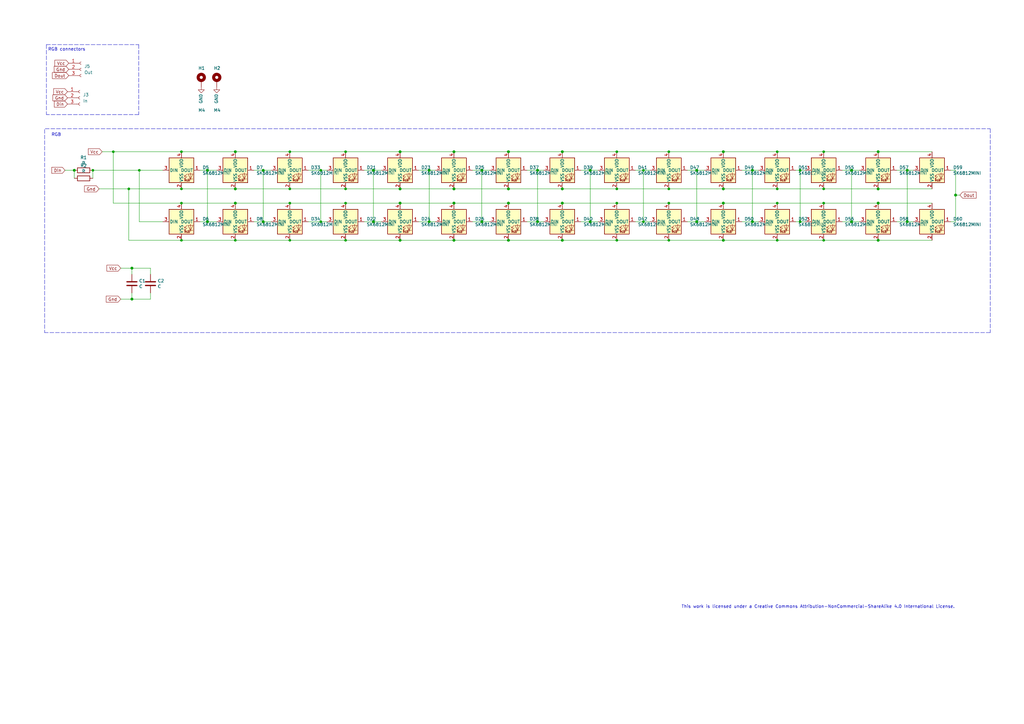
<source format=kicad_sch>
(kicad_sch (version 20211123) (generator eeschema)
  (paper "A3")
  (title_block (title "flex.sch") (date "2022-01-24") (company "bastard keyboards") (comment 3 "CC BY-NC-SA 4.0") (comment 4 "Copyright Quentin Lebastard 2022"))
  (lib_symbols
    (symbol "Connector:Conn_01x03_Female" (pin_names (offset 1.016) hide)
      (property "Reference" "J" (at 0 5.08 0))
      (property "Value" "Conn_01x03_Female" (at 0 -5.08 0))
      (symbol "Conn_01x03_Female_1_1"
        (arc (start 0 -2.032) (mid -0.508 -2.54) (end 0 -3.048) (stroke (width 0.1524)))
        (polyline (pts (xy -1.27 -2.54) (xy -0.508 -2.54)) (stroke (width 0.1524)))
        (polyline (pts (xy -1.27 0) (xy -0.508 0)) (stroke (width 0.1524)))
        (polyline (pts (xy -1.27 2.54) (xy -0.508 2.54)) (stroke (width 0.1524)))
        (arc (start 0 0.508) (mid -0.508 0) (end 0 -0.508) (stroke (width 0.1524)))
        (arc (start 0 3.048) (mid -0.508 2.54) (end 0 2.032) (stroke (width 0.1524)))
        (pin passive line (at -5.08 2.54 0) (length 3.81) (name "Pin_1") (number "1"))
        (pin passive line (at -5.08 0 0) (length 3.81) (name "Pin_2") (number "2"))
        (pin passive line (at -5.08 -2.54 0) (length 3.81) (name "Pin_3") (number "3"))
      )
    )
    (symbol "Device:C" (pin_numbers hide) (pin_names (offset 0.254))
      (property "Reference" "C" (at 0.635 2.54 0))
      (property "Value" "C" (at 0.635 -2.54 0))
      (symbol "C_0_1"
        (polyline (pts (xy -2.032 -0.762) (xy 2.032 -0.762)) (stroke (width 0.508)))
        (polyline (pts (xy -2.032 0.762) (xy 2.032 0.762)) (stroke (width 0.508)))
      )
      (symbol "C_1_1"
        (pin passive line (at 0 3.81 270) (length 2.794) (name "~") (number "1"))
        (pin passive line (at 0 -3.81 90) (length 2.794) (name "~") (number "2"))
      )
    )
    (symbol "Device:R" (pin_numbers hide) (pin_names (offset 0))
      (property "Reference" "R" (at 2.032 0 90))
      (property "Value" "R" (at 0 0 90))
      (symbol "R_0_1"
        (rectangle (start -1.016 -2.54) (end 1.016 2.54) (stroke (width 0.254)))
      )
      (symbol "R_1_1"
        (pin passive line (at 0 3.81 270) (length 1.27) (name "~") (number "1"))
        (pin passive line (at 0 -3.81 90) (length 1.27) (name "~") (number "2"))
      )
    )
    (symbol "LED:SK6812MINI" (pin_names (offset 0.254))
      (property "Reference" "D" (at 5.08 5.715 0))
      (property "Value" "SK6812MINI" (at 1.27 -5.715 0))
      (symbol "SK6812MINI_0_0"
        (text "RGB" (at 2.286 -4.191 0) (effects (font (size 0.762 0.762))))
      )
      (symbol "SK6812MINI_0_1"
        (polyline (pts (xy 1.27 -3.556) (xy 1.778 -3.556)))
        (polyline (pts (xy 1.27 -2.54) (xy 1.778 -2.54)))
        (polyline (pts (xy 4.699 -3.556) (xy 2.667 -3.556)))
        (polyline (pts (xy 2.286 -2.54) (xy 1.27 -3.556) (xy 1.27 -3.048)))
        (polyline (pts (xy 2.286 -1.524) (xy 1.27 -2.54) (xy 1.27 -2.032)))
        (polyline (pts (xy 3.683 -1.016) (xy 3.683 -3.556) (xy 3.683 -4.064)))
        (polyline (pts (xy 4.699 -1.524) (xy 2.667 -1.524) (xy 3.683 -3.556) (xy 4.699 -1.524)))
        (rectangle (start 5.08 5.08) (end -5.08 -5.08) (stroke (width 0.254)) (fill (type background)))
      )
      (symbol "SK6812MINI_1_1"
        (pin output line (at 7.62 0 180) (length 2.54) (name "DOUT") (number "1"))
        (pin power_in line (at 0 -7.62 90) (length 2.54) (name "VSS") (number "2"))
        (pin input line (at -7.62 0 0) (length 2.54) (name "DIN") (number "3"))
        (pin power_in line (at 0 7.62 270) (length 2.54) (name "VDD") (number "4"))
      )
    )
    (symbol "Mechanical:MountingHole_Pad" (pin_numbers hide) (pin_names (offset 1.016) hide)
      (property "Reference" "H" (at 0 6.35 0))
      (property "Value" "MountingHole_Pad" (at 0 4.445 0))
      (symbol "MountingHole_Pad_0_1"
        (circle (center 0 1.27) (radius 1.27) (stroke (width 1.27)))
      )
      (symbol "MountingHole_Pad_1_1"
        (pin input line (at 0 -2.54 90) (length 2.54) (name "1") (number "1"))
      )
    )
    (symbol "power:GND" (power) (pin_names (offset 0))
      (property "Value" "GND" (at 0 -3.81 0))
      (symbol "GND_0_1"
        (polyline (pts (xy 0 0) (xy 0 -1.27) (xy 1.27 -1.27) (xy 0 -2.54) (xy -1.27 -1.27) (xy 0 -1.27)))
      )
      (symbol "GND_1_1"
        (pin power_in line (at 0 0 270) (length 0) hide (name "GND") (number "1"))
      )
    )
  )
  (junction (at 230.632 83.312) (diameter 1.016))
  (junction (at 318.77 77.47))
  (junction (at 208.534 98.552) (diameter 1.016))
  (junction (at 274.32 83.312))
  (junction (at 141.732 77.47))
  (junction (at 176.022 69.85) (diameter 1.016))
  (junction (at 141.732 98.552))
  (junction (at 96.52 77.47) (diameter 1.016))
  (junction (at 38.1 69.85))
  (junction (at 74.422 62.23))
  (junction (at 252.984 98.552))
  (junction (at 308.61 90.932) (diameter 1.016))
  (junction (at 164.084 83.312) (diameter 1.016))
  (junction (at 274.32 77.47))
  (junction (at 360.172 62.23) (diameter 1.016))
  (junction (at 263.906 90.932))
  (junction (at 141.732 83.312))
  (junction (at 328.168 69.85))
  (junction (at 230.632 77.47) (diameter 1.016))
  (junction (at 285.75 69.85) (diameter 1.016))
  (junction (at 349.25 90.932) (diameter 1.016))
  (junction (at 337.82 98.552))
  (junction (at 54.102 109.982) (diameter 1.016))
  (junction (at 186.182 98.552) (diameter 1.016))
  (junction (at 118.872 62.23))
  (junction (at 164.084 98.552) (diameter 1.016))
  (junction (at 30.48 69.85) (diameter 1.016))
  (junction (at 285.75 90.932) (diameter 1.016))
  (junction (at 131.572 90.932))
  (junction (at 372.11 69.85) (diameter 1.016))
  (junction (at 164.084 62.23) (diameter 1.016))
  (junction (at 296.672 98.552) (diameter 1.016))
  (junction (at 96.52 83.312) (diameter 1.016))
  (junction (at 220.472 69.85) (diameter 1.016))
  (junction (at 252.984 62.23))
  (junction (at 74.422 83.312))
  (junction (at 208.534 77.47) (diameter 1.016))
  (junction (at 337.82 77.47))
  (junction (at 131.572 69.85))
  (junction (at 186.182 83.312) (diameter 1.016))
  (junction (at 296.672 77.47) (diameter 1.016))
  (junction (at 74.422 77.47))
  (junction (at 153.162 69.85) (diameter 1.016))
  (junction (at 46.482 62.23))
  (junction (at 85.09 69.85) (diameter 1.016))
  (junction (at 96.52 62.23) (diameter 1.016))
  (junction (at 318.77 98.552))
  (junction (at 296.672 62.23) (diameter 1.016))
  (junction (at 74.422 98.552))
  (junction (at 208.534 62.23) (diameter 1.016))
  (junction (at 153.162 90.932) (diameter 1.016))
  (junction (at 208.534 83.312) (diameter 1.016))
  (junction (at 176.022 90.932) (diameter 1.016))
  (junction (at 197.612 90.932) (diameter 1.016))
  (junction (at 54.102 122.682) (diameter 1.016))
  (junction (at 318.77 83.312))
  (junction (at 360.172 98.552) (diameter 1.016))
  (junction (at 296.672 83.312) (diameter 1.016))
  (junction (at 52.832 77.47))
  (junction (at 274.32 62.23))
  (junction (at 242.062 69.85) (diameter 1.016))
  (junction (at 274.32 98.552))
  (junction (at 57.15 69.85))
  (junction (at 141.732 62.23))
  (junction (at 252.984 77.47))
  (junction (at 308.61 69.85) (diameter 1.016))
  (junction (at 252.984 83.312))
  (junction (at 118.872 83.312))
  (junction (at 85.09 90.932) (diameter 1.016))
  (junction (at 197.612 69.85) (diameter 1.016))
  (junction (at 263.906 69.85))
  (junction (at 318.77 62.23))
  (junction (at 186.182 77.47) (diameter 1.016))
  (junction (at 242.062 90.932) (diameter 1.016))
  (junction (at 118.872 77.47))
  (junction (at 164.084 77.47) (diameter 1.016))
  (junction (at 360.172 83.312) (diameter 1.016))
  (junction (at 107.95 90.932) (diameter 1.016))
  (junction (at 349.25 69.85) (diameter 1.016))
  (junction (at 391.922 80.01) (diameter 1.016))
  (junction (at 96.52 98.552))
  (junction (at 220.472 90.932) (diameter 1.016))
  (junction (at 107.95 69.85) (diameter 1.016))
  (junction (at 186.182 62.23) (diameter 1.016))
  (junction (at 360.172 77.47) (diameter 1.016))
  (junction (at 337.82 83.312))
  (junction (at 372.11 90.932) (diameter 1.016))
  (junction (at 118.872 98.552))
  (junction (at 230.632 98.552) (diameter 1.016))
  (junction (at 230.632 62.23) (diameter 1.016))
  (junction (at 337.82 62.23))
  (junction (at 328.168 90.932))
  (wire (pts (xy 82.042 90.932) (xy 85.09 90.932)))
  (wire (pts (xy 360.172 77.47) (xy 382.27 77.47)))
  (wire (pts (xy 57.15 69.85) (xy 38.1 69.85)))
  (wire (pts (xy 186.182 77.47) (xy 208.534 77.47)))
  (polyline (pts (xy 19.05 18.288) (xy 56.896 18.288)))
  (wire (pts (xy 208.534 83.312) (xy 230.632 83.312)))
  (wire (pts (xy 274.32 62.23) (xy 296.672 62.23)))
  (wire (pts (xy 391.922 80.01) (xy 391.922 90.932)))
  (polyline (pts (xy 56.896 46.99) (xy 19.05 46.99)))
  (wire (pts (xy 263.906 69.85) (xy 263.906 90.932)))
  (wire (pts (xy 118.872 83.058) (xy 118.872 83.312)))
  (wire (pts (xy 242.062 69.85) (xy 242.062 90.932)))
  (wire (pts (xy 326.39 69.85) (xy 328.168 69.85)))
  (wire (pts (xy 30.48 69.85) (xy 30.48 73.152)))
  (wire (pts (xy 230.632 77.47) (xy 252.984 77.47)))
  (wire (pts (xy 149.352 69.85) (xy 153.162 69.85)))
  (wire (pts (xy 328.168 90.932) (xy 330.2 90.932)))
  (wire (pts (xy 118.872 62.23) (xy 141.732 62.23)))
  (wire (pts (xy 118.872 98.552) (xy 141.732 98.552)))
  (polyline (pts (xy 406.146 136.398) (xy 18.288 136.398)))
  (wire (pts (xy 230.632 83.312) (xy 252.984 83.312)))
  (wire (pts (xy 389.89 69.85) (xy 391.922 69.85)))
  (wire (pts (xy 328.168 69.85) (xy 330.2 69.85)))
  (wire (pts (xy 318.77 62.23) (xy 337.82 62.23)))
  (wire (pts (xy 304.292 69.85) (xy 308.61 69.85)))
  (wire (pts (xy 318.77 83.058) (xy 318.77 83.312)))
  (wire (pts (xy 141.732 77.47) (xy 164.084 77.47)))
  (wire (pts (xy 164.084 98.552) (xy 186.182 98.552)))
  (wire (pts (xy 296.672 98.552) (xy 318.77 98.552)))
  (wire (pts (xy 216.154 69.85) (xy 220.472 69.85)))
  (wire (pts (xy 176.022 69.85) (xy 176.022 90.932)))
  (wire (pts (xy 38.1 69.85) (xy 38.1 73.152)))
  (wire (pts (xy 274.32 83.312) (xy 296.672 83.312)))
  (wire (pts (xy 52.832 98.552) (xy 74.422 98.552)))
  (wire (pts (xy 326.39 90.932) (xy 328.168 90.932)))
  (wire (pts (xy 349.25 69.85) (xy 349.25 90.932)))
  (wire (pts (xy 141.732 62.23) (xy 164.084 62.23)))
  (wire (pts (xy 61.722 109.982) (xy 54.102 109.982)))
  (wire (pts (xy 216.154 90.932) (xy 220.472 90.932)))
  (wire (pts (xy 153.162 69.85) (xy 156.464 69.85)))
  (wire (pts (xy 274.32 77.47) (xy 296.672 77.47)))
  (wire (pts (xy 242.062 90.932) (xy 245.364 90.932)))
  (wire (pts (xy 263.906 90.932) (xy 266.7 90.932)))
  (wire (pts (xy 296.672 83.312) (xy 318.77 83.312)))
  (wire (pts (xy 54.102 112.522) (xy 54.102 109.982)))
  (wire (pts (xy 230.632 62.23) (xy 252.984 62.23)))
  (wire (pts (xy 85.09 69.85) (xy 88.9 69.85)))
  (wire (pts (xy 41.91 62.23) (xy 46.482 62.23)))
  (wire (pts (xy 186.182 83.312) (xy 208.534 83.312)))
  (wire (pts (xy 238.252 90.932) (xy 242.062 90.932)))
  (wire (pts (xy 49.53 122.682) (xy 54.102 122.682)))
  (wire (pts (xy 197.612 90.932) (xy 200.914 90.932)))
  (wire (pts (xy 372.11 90.932) (xy 374.65 90.932)))
  (wire (pts (xy 40.64 77.47) (xy 52.832 77.47)))
  (wire (pts (xy 208.534 98.552) (xy 230.632 98.552)))
  (wire (pts (xy 337.82 83.312) (xy 360.172 83.312)))
  (wire (pts (xy 57.15 69.85) (xy 57.15 90.932)))
  (wire (pts (xy 141.732 83.312) (xy 164.084 83.312)))
  (wire (pts (xy 391.922 80.01) (xy 393.7 80.01)))
  (wire (pts (xy 337.82 98.552) (xy 360.172 98.552)))
  (wire (pts (xy 220.472 69.85) (xy 220.472 90.932)))
  (wire (pts (xy 126.492 69.85) (xy 131.572 69.85)))
  (wire (pts (xy 141.732 98.552) (xy 164.084 98.552)))
  (wire (pts (xy 296.672 77.47) (xy 318.77 77.47)))
  (wire (pts (xy 252.984 83.312) (xy 274.32 83.312)))
  (wire (pts (xy 186.182 62.23) (xy 208.534 62.23)))
  (wire (pts (xy 360.172 98.552) (xy 382.27 98.552)))
  (wire (pts (xy 54.102 122.682) (xy 61.722 122.682)))
  (wire (pts (xy 74.422 83.312) (xy 74.422 83.058)))
  (wire (pts (xy 85.09 69.85) (xy 85.09 90.932)))
  (wire (pts (xy 367.792 69.85) (xy 372.11 69.85)))
  (wire (pts (xy 171.704 90.932) (xy 176.022 90.932)))
  (wire (pts (xy 74.422 98.552) (xy 96.52 98.552)))
  (wire (pts (xy 131.572 90.932) (xy 134.112 90.932)))
  (wire (pts (xy 263.906 69.85) (xy 266.7 69.85)))
  (wire (pts (xy 318.77 98.552) (xy 337.82 98.552)))
  (wire (pts (xy 54.102 109.982) (xy 49.53 109.982)))
  (wire (pts (xy 52.832 77.47) (xy 52.832 98.552)))
  (wire (pts (xy 57.15 69.85) (xy 66.802 69.85)))
  (wire (pts (xy 153.162 90.932) (xy 156.464 90.932)))
  (wire (pts (xy 153.162 69.85) (xy 153.162 90.932)))
  (wire (pts (xy 54.102 122.682) (xy 54.102 120.142)))
  (polyline (pts (xy 56.896 18.288) (xy 56.896 46.99)))
  (wire (pts (xy 164.084 83.312) (xy 186.182 83.312)))
  (wire (pts (xy 193.802 90.932) (xy 197.612 90.932)))
  (wire (pts (xy 74.422 62.23) (xy 96.52 62.23)))
  (wire (pts (xy 107.95 90.932) (xy 111.252 90.932)))
  (wire (pts (xy 391.922 90.932) (xy 389.89 90.932)))
  (wire (pts (xy 274.32 98.552) (xy 296.672 98.552)))
  (wire (pts (xy 372.11 69.85) (xy 372.11 90.932)))
  (wire (pts (xy 176.022 69.85) (xy 178.562 69.85)))
  (wire (pts (xy 96.52 77.47) (xy 118.872 77.47)))
  (wire (pts (xy 337.82 62.23) (xy 360.172 62.23)))
  (wire (pts (xy 345.44 90.932) (xy 349.25 90.932)))
  (wire (pts (xy 281.94 69.85) (xy 285.75 69.85)))
  (polyline (pts (xy 406.146 52.832) (xy 406.146 136.398)))
  (wire (pts (xy 46.482 83.312) (xy 74.422 83.312)))
  (wire (pts (xy 176.022 90.932) (xy 178.562 90.932)))
  (wire (pts (xy 74.422 77.47) (xy 96.52 77.47)))
  (wire (pts (xy 318.77 83.312) (xy 337.82 83.312)))
  (wire (pts (xy 26.67 69.85) (xy 30.48 69.85)))
  (wire (pts (xy 304.292 90.932) (xy 308.61 90.932)))
  (polyline (pts (xy 18.288 53.086) (xy 18.288 136.398)))
  (wire (pts (xy 230.632 98.552) (xy 252.984 98.552)))
  (wire (pts (xy 337.82 77.47) (xy 360.172 77.47)))
  (wire (pts (xy 96.52 62.23) (xy 118.872 62.23)))
  (wire (pts (xy 308.61 90.932) (xy 311.15 90.932)))
  (wire (pts (xy 296.672 62.23) (xy 318.77 62.23)))
  (wire (pts (xy 285.75 69.85) (xy 289.052 69.85)))
  (wire (pts (xy 285.75 90.932) (xy 289.052 90.932)))
  (wire (pts (xy 46.482 83.312) (xy 46.482 62.23)))
  (wire (pts (xy 164.084 77.47) (xy 186.182 77.47)))
  (wire (pts (xy 349.25 69.85) (xy 352.552 69.85)))
  (wire (pts (xy 118.872 83.312) (xy 141.732 83.312)))
  (wire (pts (xy 104.14 69.85) (xy 107.95 69.85)))
  (wire (pts (xy 118.872 77.47) (xy 141.732 77.47)))
  (wire (pts (xy 208.534 62.23) (xy 230.632 62.23)))
  (wire (pts (xy 171.704 69.85) (xy 176.022 69.85)))
  (wire (pts (xy 131.572 69.85) (xy 134.112 69.85)))
  (wire (pts (xy 74.422 83.312) (xy 96.52 83.312)))
  (polyline (pts (xy 18.542 52.832) (xy 406.146 52.832)))
  (wire (pts (xy 193.802 69.85) (xy 197.612 69.85)))
  (wire (pts (xy 96.52 83.312) (xy 118.872 83.312)))
  (wire (pts (xy 238.252 69.85) (xy 242.062 69.85)))
  (wire (pts (xy 220.472 69.85) (xy 223.012 69.85)))
  (wire (pts (xy 197.612 69.85) (xy 200.914 69.85)))
  (wire (pts (xy 252.984 77.47) (xy 274.32 77.47)))
  (wire (pts (xy 107.95 69.85) (xy 111.252 69.85)))
  (wire (pts (xy 126.492 90.932) (xy 131.572 90.932)))
  (wire (pts (xy 107.95 69.85) (xy 107.95 90.932)))
  (wire (pts (xy 186.182 98.552) (xy 208.534 98.552)))
  (wire (pts (xy 131.572 69.85) (xy 131.572 90.932)))
  (wire (pts (xy 46.482 62.23) (xy 74.422 62.23)))
  (wire (pts (xy 285.75 69.85) (xy 285.75 90.932)))
  (wire (pts (xy 260.604 69.85) (xy 263.906 69.85)))
  (wire (pts (xy 308.61 69.85) (xy 311.15 69.85)))
  (wire (pts (xy 260.604 90.932) (xy 263.906 90.932)))
  (wire (pts (xy 328.168 69.85) (xy 328.168 90.932)))
  (wire (pts (xy 372.11 69.85) (xy 374.65 69.85)))
  (wire (pts (xy 252.984 98.552) (xy 274.32 98.552)))
  (wire (pts (xy 360.172 83.312) (xy 382.27 83.312)))
  (wire (pts (xy 164.084 62.23) (xy 186.182 62.23)))
  (wire (pts (xy 82.042 69.85) (xy 85.09 69.85)))
  (wire (pts (xy 96.52 98.552) (xy 118.872 98.552)))
  (wire (pts (xy 208.534 77.47) (xy 230.632 77.47)))
  (wire (pts (xy 360.172 62.23) (xy 382.27 62.23)))
  (wire (pts (xy 281.94 90.932) (xy 285.75 90.932)))
  (wire (pts (xy 61.722 112.522) (xy 61.722 109.982)))
  (wire (pts (xy 349.25 90.932) (xy 352.552 90.932)))
  (wire (pts (xy 104.14 90.932) (xy 107.95 90.932)))
  (wire (pts (xy 345.44 69.85) (xy 349.25 69.85)))
  (wire (pts (xy 318.77 77.47) (xy 337.82 77.47)))
  (wire (pts (xy 308.61 69.85) (xy 308.61 90.932)))
  (wire (pts (xy 197.612 69.85) (xy 197.612 90.932)))
  (polyline (pts (xy 19.05 18.288) (xy 19.05 46.99)))
  (wire (pts (xy 242.062 69.85) (xy 245.364 69.85)))
  (wire (pts (xy 367.792 90.932) (xy 372.11 90.932)))
  (wire (pts (xy 252.984 62.23) (xy 274.32 62.23)))
  (wire (pts (xy 149.352 90.932) (xy 153.162 90.932)))
  (wire (pts (xy 220.472 90.932) (xy 223.012 90.932)))
  (wire (pts (xy 85.09 90.932) (xy 88.9 90.932)))
  (wire (pts (xy 52.832 77.47) (xy 74.422 77.47)))
  (wire (pts (xy 61.722 122.682) (xy 61.722 120.142)))
  (wire (pts (xy 57.15 90.932) (xy 66.802 90.932)))
  (wire (pts (xy 391.922 69.85) (xy 391.922 80.01)))
  (text "RGB connectors" (at 35.052 21.082 180) (effects (font (size 1.27 1.27)) (justify right bottom)))
  (text "RGB" (at 25.0698 56.0832 180) (effects (font (size 1.27 1.27)) (justify right bottom)))
  (text "This work is licensed under a Creative Commons Attribution-NonCommercial-ShareAlike 4.0 International License." (at 279.4762 249.6566 0) (effects (font (size 1.27 1.27)) (justify left bottom)))
  (global_label "Vcc" (shape input) (at 28.194 25.908 180) (property "Intersheet References" "${INTERSHEET_REFS}" (effects hide)))
  (global_label "Vcc" (shape input) (at 27.686 37.592 180) (property "Intersheet References" "${INTERSHEET_REFS}" (effects hide)))
  (global_label "Dout" (shape input) (at 28.194 30.988 180) (property "Intersheet References" "${INTERSHEET_REFS}" (effects hide)))
  (global_label "Din" (shape input) (at 27.686 42.672 180) (property "Intersheet References" "${INTERSHEET_REFS}" (effects hide)))
  (global_label "Vcc" (shape input) (at 49.53 109.982 180) (property "Intersheet References" "${INTERSHEET_REFS}" (effects hide)))
  (global_label "Gnd" (shape input) (at 49.53 122.682 180) (property "Intersheet References" "${INTERSHEET_REFS}" (effects hide)))
  (global_label "Gnd" (shape input) (at 28.194 28.448 180) (property "Intersheet References" "${INTERSHEET_REFS}" (effects hide)))
  (global_label "Din" (shape input) (at 26.67 69.85 180) (property "Intersheet References" "${INTERSHEET_REFS}" (effects hide)))
  (global_label "Vcc" (shape input) (at 41.91 62.23 180) (property "Intersheet References" "${INTERSHEET_REFS}" (effects hide)))
  (global_label "Gnd" (shape input) (at 27.686 40.132 180) (property "Intersheet References" "${INTERSHEET_REFS}" (effects hide)))
  (global_label "Dout" (shape input) (at 393.7 80.01 0) (property "Intersheet References" "${INTERSHEET_REFS}" (effects hide)))
  (global_label "Gnd" (shape input) (at 40.64 77.47 180) (property "Intersheet References" "${INTERSHEET_REFS}" (effects hide)))
  (symbol (lib_id "Device:C") (at 54.102 116.332 0) (unit 1)
    (property "Reference" "C1" (at 57.0231 115.1826 0) (effects (justify left)))
    (property "Value" "C" (at 57.0231 117.4813 0) (effects (justify left)))
    (property "Footprint" "Capacitor_SMD:C_1206_3216Metric_Pad1.42x1.75mm_HandSolder" (effects hide))
  )
  (symbol (lib_id "LED:SK6812MINI") (at 230.632 90.932 0) (unit 1)
    (property "Reference" "D40" (at 239.2681 89.7826 0) (effects (justify left)))
    (property "Value" "SK6812MINI" (at 239.2681 92.0813 0) (effects (justify left)))
    (property "Footprint" "libs2:YS-SK6812MINI-E_REVERSE_NO_EDGECUT" (effects hide))
    (property "Datasheet" "https://cdn-shop.adafruit.com/product-files/2686/SK6812MINI_REV.01-1-2.pdf" (effects hide))
  )
  (symbol (lib_id "LED:SK6812MINI") (at 164.084 69.85 0) (unit 1)
    (property "Reference" "D23" (at 172.7201 68.7006 0) (effects (justify left)))
    (property "Value" "SK6812MINI" (at 172.7201 70.9993 0) (effects (justify left)))
    (property "Footprint" "libs2:YS-SK6812MINI-E_REVERSE" (effects hide))
    (property "Datasheet" "https://cdn-shop.adafruit.com/product-files/2686/SK6812MINI_REV.01-1-2.pdf" (effects hide))
  )
  (symbol (lib_id "LED:SK6812MINI") (at 118.872 69.85 0) (unit 1)
    (property "Reference" "D33" (at 127.5081 68.7006 0) (effects (justify left)))
    (property "Value" "SK6812MINI" (at 127.5081 70.9993 0) (effects (justify left)))
    (property "Footprint" "libs2:YS-SK6812MINI-E_REVERSE" (effects hide))
    (property "Datasheet" "https://cdn-shop.adafruit.com/product-files/2686/SK6812MINI_REV.01-1-2.pdf" (effects hide))
  )
  (symbol (lib_id "LED:SK6812MINI") (at 208.534 69.85 0) (unit 1)
    (property "Reference" "D37" (at 217.1701 68.7006 0) (effects (justify left)))
    (property "Value" "SK6812MINI" (at 217.1701 70.9993 0) (effects (justify left)))
    (property "Footprint" "libs2:YS-SK6812MINI-E_REVERSE" (effects hide))
    (property "Datasheet" "https://cdn-shop.adafruit.com/product-files/2686/SK6812MINI_REV.01-1-2.pdf" (effects hide))
  )
  (symbol (lib_id "LED:SK6812MINI") (at 230.632 69.85 0) (unit 1)
    (property "Reference" "D39" (at 239.2681 68.7006 0) (effects (justify left)))
    (property "Value" "SK6812MINI" (at 239.2681 70.9993 0) (effects (justify left)))
    (property "Footprint" "libs2:YS-SK6812MINI-E_REVERSE" (effects hide))
    (property "Datasheet" "https://cdn-shop.adafruit.com/product-files/2686/SK6812MINI_REV.01-1-2.pdf" (effects hide))
  )
  (symbol (lib_id "LED:SK6812MINI") (at 141.732 69.85 0) (unit 1)
    (property "Reference" "D21" (at 150.3681 68.7006 0) (effects (justify left)))
    (property "Value" "SK6812MINI" (at 150.3681 70.9993 0) (effects (justify left)))
    (property "Footprint" "libs2:YS-SK6812MINI-E_REVERSE" (effects hide))
    (property "Datasheet" "https://cdn-shop.adafruit.com/product-files/2686/SK6812MINI_REV.01-1-2.pdf" (effects hide))
  )
  (symbol (lib_id "Mechanical:MountingHole_Pad") (at 88.9 33.02 0) (unit 1)
    (property "Reference" "H2" (at 87.63 27.94 0) (effects (justify left)))
    (property "Value" "M4" (at 87.63 45.212 0) (effects (justify left)))
    (property "Footprint" "MountingHole:MountingHole_4mm_Pad_Via" (effects hide))
  )
  (symbol (lib_id "LED:SK6812MINI") (at 274.32 90.932 0) (unit 1)
    (property "Reference" "D48" (at 282.9561 89.7826 0) (effects (justify left)))
    (property "Value" "SK6812MINI" (at 282.9561 92.0813 0) (effects (justify left)))
    (property "Footprint" "libs2:YS-SK6812MINI-E_REVERSE_NO_EDGECUT" (effects hide))
    (property "Datasheet" "https://cdn-shop.adafruit.com/product-files/2686/SK6812MINI_REV.01-1-2.pdf" (effects hide))
  )
  (symbol (lib_id "Connector:Conn_01x03_Female") (at 33.274 28.448 0) (unit 1)
    (property "Reference" "J5" (at 34.544 27.178 0) (effects (justify left)))
    (property "Value" "Out" (at 34.544 29.718 0) (effects (justify left)))
    (property "Footprint" "Connector_PinHeader_2.54mm:PinHeader_1x03_P2.54mm_Vertical" (effects hide))
  )
  (symbol (lib_id "LED:SK6812MINI") (at 252.984 69.85 0) (unit 1)
    (property "Reference" "D41" (at 261.6201 68.7006 0) (effects (justify left)))
    (property "Value" "SK6812MINI" (at 261.6201 70.9993 0) (effects (justify left)))
    (property "Footprint" "libs2:YS-SK6812MINI-E_REVERSE" (effects hide))
    (property "Datasheet" "https://cdn-shop.adafruit.com/product-files/2686/SK6812MINI_REV.01-1-2.pdf" (effects hide))
  )
  (symbol (lib_id "LED:SK6812MINI") (at 274.32 69.85 0) (unit 1)
    (property "Reference" "D47" (at 282.9561 68.7006 0) (effects (justify left)))
    (property "Value" "SK6812MINI" (at 282.9561 70.9993 0) (effects (justify left)))
    (property "Footprint" "libs2:YS-SK6812MINI-E_REVERSE" (effects hide))
    (property "Datasheet" "https://cdn-shop.adafruit.com/product-files/2686/SK6812MINI_REV.01-1-2.pdf" (effects hide))
  )
  (symbol (lib_id "Device:C") (at 61.722 116.332 0) (unit 1)
    (property "Reference" "C2" (at 64.6431 115.1826 0) (effects (justify left)))
    (property "Value" "C" (at 64.6431 117.4813 0) (effects (justify left)))
    (property "Footprint" "Capacitor_SMD:C_1206_3216Metric_Pad1.42x1.75mm_HandSolder" (effects hide))
  )
  (symbol (lib_id "LED:SK6812MINI") (at 360.172 90.932 0) (unit 1)
    (property "Reference" "D58" (at 368.8081 89.7826 0) (effects (justify left)))
    (property "Value" "SK6812MINI" (at 368.8081 92.0813 0) (effects (justify left)))
    (property "Footprint" "libs2:YS-SK6812MINI-E_REVERSE_NO_EDGECUT" (effects hide))
    (property "Datasheet" "https://cdn-shop.adafruit.com/product-files/2686/SK6812MINI_REV.01-1-2.pdf" (effects hide))
  )
  (symbol (lib_id "LED:SK6812MINI") (at 252.984 90.932 0) (unit 1)
    (property "Reference" "D42" (at 261.6201 89.7826 0) (effects (justify left)))
    (property "Value" "SK6812MINI" (at 261.6201 92.0813 0) (effects (justify left)))
    (property "Footprint" "libs2:YS-SK6812MINI-E_REVERSE_NO_EDGECUT" (effects hide))
    (property "Datasheet" "https://cdn-shop.adafruit.com/product-files/2686/SK6812MINI_REV.01-1-2.pdf" (effects hide))
  )
  (symbol (lib_id "LED:SK6812MINI") (at 382.27 69.85 0) (unit 1)
    (property "Reference" "D59" (at 390.9061 68.7006 0) (effects (justify left)))
    (property "Value" "SK6812MINI" (at 390.9061 70.9993 0) (effects (justify left)))
    (property "Footprint" "libs2:YS-SK6812MINI-E_REVERSE" (effects hide))
    (property "Datasheet" "https://cdn-shop.adafruit.com/product-files/2686/SK6812MINI_REV.01-1-2.pdf" (effects hide))
  )
  (symbol (lib_id "LED:SK6812MINI") (at 141.732 90.932 0) (unit 1)
    (property "Reference" "D22" (at 150.3681 89.7826 0) (effects (justify left)))
    (property "Value" "SK6812MINI" (at 150.3681 92.0813 0) (effects (justify left)))
    (property "Footprint" "libs2:YS-SK6812MINI-E_REVERSE_NO_EDGECUT" (effects hide))
    (property "Datasheet" "https://cdn-shop.adafruit.com/product-files/2686/SK6812MINI_REV.01-1-2.pdf" (effects hide))
  )
  (symbol (lib_id "LED:SK6812MINI") (at 118.872 90.932 0) (unit 1)
    (property "Reference" "D34" (at 127.5081 89.7826 0) (effects (justify left)))
    (property "Value" "SK6812MINI" (at 127.5081 92.0813 0) (effects (justify left)))
    (property "Footprint" "libs2:YS-SK6812MINI-E_REVERSE_NO_EDGECUT" (effects hide))
    (property "Datasheet" "https://cdn-shop.adafruit.com/product-files/2686/SK6812MINI_REV.01-1-2.pdf" (effects hide))
  )
  (symbol (lib_id "LED:SK6812MINI") (at 186.182 90.932 0) (unit 1)
    (property "Reference" "D26" (at 194.8181 89.7826 0) (effects (justify left)))
    (property "Value" "SK6812MINI" (at 194.8181 92.0813 0) (effects (justify left)))
    (property "Footprint" "libs2:YS-SK6812MINI-E_REVERSE_NO_EDGECUT" (effects hide))
    (property "Datasheet" "https://cdn-shop.adafruit.com/product-files/2686/SK6812MINI_REV.01-1-2.pdf" (effects hide))
  )
  (symbol (lib_id "LED:SK6812MINI") (at 74.422 69.85 0) (unit 1)
    (property "Reference" "D5" (at 83.0581 68.7006 0) (effects (justify left)))
    (property "Value" "SK6812MINI" (at 83.0581 70.9993 0) (effects (justify left)))
    (property "Footprint" "libs2:YS-SK6812MINI-E_REVERSE" (effects hide))
    (property "Datasheet" "https://cdn-shop.adafruit.com/product-files/2686/SK6812MINI_REV.01-1-2.pdf" (effects hide))
  )
  (symbol (lib_id "LED:SK6812MINI") (at 96.52 69.85 0) (unit 1)
    (property "Reference" "D7" (at 105.1561 68.7006 0) (effects (justify left)))
    (property "Value" "SK6812MINI" (at 105.1561 70.9993 0) (effects (justify left)))
    (property "Footprint" "libs2:YS-SK6812MINI-E_REVERSE" (effects hide))
    (property "Datasheet" "https://cdn-shop.adafruit.com/product-files/2686/SK6812MINI_REV.01-1-2.pdf" (effects hide))
  )
  (symbol (lib_id "LED:SK6812MINI") (at 318.77 90.932 0) (unit 1)
    (property "Reference" "D52" (at 327.4061 89.7826 0) (effects (justify left)))
    (property "Value" "SK6812MINI" (at 327.4061 92.0813 0) (effects (justify left)))
    (property "Footprint" "libs2:YS-SK6812MINI-E_REVERSE_NO_EDGECUT" (effects hide))
    (property "Datasheet" "https://cdn-shop.adafruit.com/product-files/2686/SK6812MINI_REV.01-1-2.pdf" (effects hide))
  )
  (symbol (lib_id "LED:SK6812MINI") (at 296.672 90.932 0) (unit 1)
    (property "Reference" "D50" (at 305.3081 89.7826 0) (effects (justify left)))
    (property "Value" "SK6812MINI" (at 305.3081 92.0813 0) (effects (justify left)))
    (property "Footprint" "libs2:YS-SK6812MINI-E_REVERSE_NO_EDGECUT" (effects hide))
    (property "Datasheet" "https://cdn-shop.adafruit.com/product-files/2686/SK6812MINI_REV.01-1-2.pdf" (effects hide))
  )
  (symbol (lib_id "Mechanical:MountingHole_Pad") (at 82.55 33.02 0) (unit 1)
    (property "Reference" "H1" (at 81.28 27.94 0) (effects (justify left)))
    (property "Value" "M4" (at 81.28 45.212 0) (effects (justify left)))
    (property "Footprint" "MountingHole:MountingHole_4mm_Pad_Via" (effects hide))
  )
  (symbol (lib_id "Connector:Conn_01x03_Female") (at 32.766 40.132 0) (unit 1)
    (property "Reference" "J3" (at 34.036 38.862 0) (effects (justify left)))
    (property "Value" "In" (at 34.036 41.402 0) (effects (justify left)))
    (property "Footprint" "Connector_PinHeader_2.54mm:PinHeader_1x03_P2.54mm_Vertical" (effects hide))
  )
  (symbol (lib_id "LED:SK6812MINI") (at 382.27 90.932 0) (unit 1)
    (property "Reference" "D60" (at 390.9061 89.7826 0) (effects (justify left)))
    (property "Value" "SK6812MINI" (at 390.9061 92.0813 0) (effects (justify left)))
    (property "Footprint" "libs2:YS-SK6812MINI-E_REVERSE_NO_EDGECUT" (effects hide))
    (property "Datasheet" "https://cdn-shop.adafruit.com/product-files/2686/SK6812MINI_REV.01-1-2.pdf" (effects hide))
  )
  (symbol (lib_id "LED:SK6812MINI") (at 360.172 69.85 0) (unit 1)
    (property "Reference" "D57" (at 368.8081 68.7006 0) (effects (justify left)))
    (property "Value" "SK6812MINI" (at 368.8081 70.9993 0) (effects (justify left)))
    (property "Footprint" "libs2:YS-SK6812MINI-E_REVERSE" (effects hide))
    (property "Datasheet" "https://cdn-shop.adafruit.com/product-files/2686/SK6812MINI_REV.01-1-2.pdf" (effects hide))
  )
  (symbol (lib_id "Device:R") (at 34.29 73.152 90) (unit 1)
    (property "Reference" "R2" (at 34.29 67.9258 90))
    (property "Value" "R" (at 34.29 70.2245 90))
    (property "Footprint" "Resistor_SMD:R_1206_3216Metric_Pad1.42x1.75mm_HandSolder" (effects hide))
  )
  (symbol (lib_id "Device:R") (at 34.29 69.85 90) (unit 1)
    (property "Reference" "R1" (at 34.29 64.6238 90))
    (property "Value" "R" (at 34.29 66.9225 90))
    (property "Footprint" "Resistor_SMD:R_1206_3216Metric_Pad1.42x1.75mm_HandSolder" (effects hide))
  )
  (symbol (lib_id "LED:SK6812MINI") (at 337.82 90.932 0) (unit 1)
    (property "Reference" "D56" (at 346.4561 89.7826 0) (effects (justify left)))
    (property "Value" "SK6812MINI" (at 346.4561 92.0813 0) (effects (justify left)))
    (property "Footprint" "libs2:YS-SK6812MINI-E_REVERSE_NO_EDGECUT" (effects hide))
    (property "Datasheet" "https://cdn-shop.adafruit.com/product-files/2686/SK6812MINI_REV.01-1-2.pdf" (effects hide))
  )
  (symbol (lib_id "power:GND") (at 88.9 35.56 0) (unit 1)
    (property "Reference" "#PWR0102" (effects hide))
    (property "Value" "GND" (at 88.744 42.5449 90) (effects (justify left)))
  )
  (symbol (lib_id "LED:SK6812MINI") (at 186.182 69.85 0) (unit 1)
    (property "Reference" "D25" (at 194.8181 68.7006 0) (effects (justify left)))
    (property "Value" "SK6812MINI" (at 194.8181 70.9993 0) (effects (justify left)))
    (property "Footprint" "libs2:YS-SK6812MINI-E_REVERSE" (effects hide))
    (property "Datasheet" "https://cdn-shop.adafruit.com/product-files/2686/SK6812MINI_REV.01-1-2.pdf" (effects hide))
  )
  (symbol (lib_id "LED:SK6812MINI") (at 296.672 69.85 0) (unit 1)
    (property "Reference" "D49" (at 305.3081 68.7006 0) (effects (justify left)))
    (property "Value" "SK6812MINI" (at 305.3081 70.9993 0) (effects (justify left)))
    (property "Footprint" "libs2:YS-SK6812MINI-E_REVERSE" (effects hide))
    (property "Datasheet" "https://cdn-shop.adafruit.com/product-files/2686/SK6812MINI_REV.01-1-2.pdf" (effects hide))
  )
  (symbol (lib_id "power:GND") (at 82.55 35.56 0) (unit 1)
    (property "Reference" "#PWR0101" (effects hide))
    (property "Value" "GND" (at 82.394 42.5449 90) (effects (justify left)))
  )
  (symbol (lib_id "LED:SK6812MINI") (at 208.534 90.932 0) (unit 1)
    (property "Reference" "D38" (at 217.1701 89.7826 0) (effects (justify left)))
    (property "Value" "SK6812MINI" (at 217.1701 92.0813 0) (effects (justify left)))
    (property "Footprint" "libs2:YS-SK6812MINI-E_REVERSE_NO_EDGECUT" (effects hide))
    (property "Datasheet" "https://cdn-shop.adafruit.com/product-files/2686/SK6812MINI_REV.01-1-2.pdf" (effects hide))
  )
  (symbol (lib_id "LED:SK6812MINI") (at 74.422 90.932 0) (unit 1)
    (property "Reference" "D6" (at 83.0581 89.7826 0) (effects (justify left)))
    (property "Value" "SK6812MINI" (at 83.0581 92.0813 0) (effects (justify left)))
    (property "Footprint" "libs2:YS-SK6812MINI-E_REVERSE_NO_EDGECUT" (effects hide))
    (property "Datasheet" "https://cdn-shop.adafruit.com/product-files/2686/SK6812MINI_REV.01-1-2.pdf" (effects hide))
  )
  (symbol (lib_id "LED:SK6812MINI") (at 96.52 90.932 0) (unit 1)
    (property "Reference" "D8" (at 105.1561 89.7826 0) (effects (justify left)))
    (property "Value" "SK6812MINI" (at 105.1561 92.0813 0) (effects (justify left)))
    (property "Footprint" "libs2:YS-SK6812MINI-E_REVERSE_NO_EDGECUT" (effects hide))
    (property "Datasheet" "https://cdn-shop.adafruit.com/product-files/2686/SK6812MINI_REV.01-1-2.pdf" (effects hide))
  )
  (symbol (lib_id "LED:SK6812MINI") (at 164.084 90.932 0) (unit 1)
    (property "Reference" "D24" (at 172.7201 89.7826 0) (effects (justify left)))
    (property "Value" "SK6812MINI" (at 172.7201 92.0813 0) (effects (justify left)))
    (property "Footprint" "libs2:YS-SK6812MINI-E_REVERSE_NO_EDGECUT" (effects hide))
    (property "Datasheet" "https://cdn-shop.adafruit.com/product-files/2686/SK6812MINI_REV.01-1-2.pdf" (effects hide))
  )
  (symbol (lib_id "LED:SK6812MINI") (at 337.82 69.85 0) (unit 1)
    (property "Reference" "D55" (at 346.4561 68.7006 0) (effects (justify left)))
    (property "Value" "SK6812MINI" (at 346.4561 70.9993 0) (effects (justify left)))
    (property "Footprint" "libs2:YS-SK6812MINI-E_REVERSE" (effects hide))
    (property "Datasheet" "https://cdn-shop.adafruit.com/product-files/2686/SK6812MINI_REV.01-1-2.pdf" (effects hide))
  )
  (symbol (lib_id "LED:SK6812MINI") (at 318.77 69.85 0) (unit 1)
    (property "Reference" "D51" (at 327.4061 68.7006 0) (effects (justify left)))
    (property "Value" "SK6812MINI" (at 327.4061 70.9993 0) (effects (justify left)))
    (property "Footprint" "libs2:YS-SK6812MINI-E_REVERSE" (effects hide))
    (property "Datasheet" "https://cdn-shop.adafruit.com/product-files/2686/SK6812MINI_REV.01-1-2.pdf" (effects hide))
  )
)
</source>
